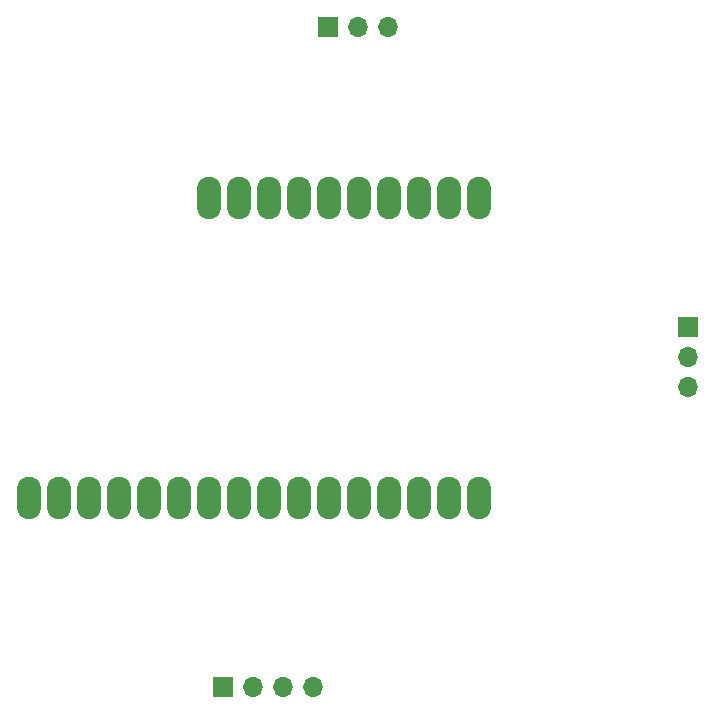
<source format=gbr>
G04 #@! TF.GenerationSoftware,KiCad,Pcbnew,(5.1.2)-2*
G04 #@! TF.CreationDate,2019-10-14T19:45:39-04:00*
G04 #@! TF.ProjectId,dak-base-station,64616b2d-6261-4736-952d-73746174696f,rev?*
G04 #@! TF.SameCoordinates,Original*
G04 #@! TF.FileFunction,Copper,L1,Top*
G04 #@! TF.FilePolarity,Positive*
%FSLAX46Y46*%
G04 Gerber Fmt 4.6, Leading zero omitted, Abs format (unit mm)*
G04 Created by KiCad (PCBNEW (5.1.2)-2) date 2019-10-14 19:45:39*
%MOMM*%
%LPD*%
G04 APERTURE LIST*
%ADD10O,1.700000X1.700000*%
%ADD11R,1.700000X1.700000*%
%ADD12O,2.050000X3.600000*%
G04 APERTURE END LIST*
D10*
X80010000Y-102870000D03*
X77470000Y-102870000D03*
X74930000Y-102870000D03*
D11*
X72390000Y-102870000D03*
D12*
X71247000Y-61468000D03*
X73787000Y-61468000D03*
X76327000Y-61468000D03*
X78867000Y-61468000D03*
X81407000Y-61468000D03*
X83947000Y-61468000D03*
X86487000Y-61468000D03*
X89027000Y-61468000D03*
X91567000Y-61468000D03*
X94107000Y-61468000D03*
X94107000Y-86868000D03*
X91567000Y-86868000D03*
X89027000Y-86868000D03*
X86487000Y-86868000D03*
X83947000Y-86868000D03*
X81407000Y-86868000D03*
X78867000Y-86868000D03*
X76327000Y-86868000D03*
X73787000Y-86868000D03*
X71247000Y-86868000D03*
X68707000Y-86868000D03*
X66167000Y-86868000D03*
X63627000Y-86868000D03*
X61087000Y-86868000D03*
X58547000Y-86868000D03*
X56007000Y-86868000D03*
D10*
X111760000Y-77470000D03*
X111760000Y-74930000D03*
D11*
X111760000Y-72390000D03*
D10*
X86360000Y-46990000D03*
X83820000Y-46990000D03*
D11*
X81280000Y-46990000D03*
M02*

</source>
